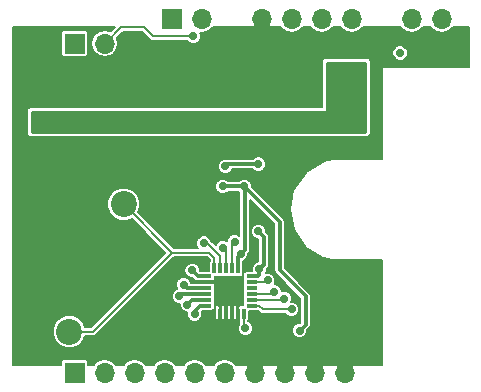
<source format=gbl>
G04 #@! TF.FileFunction,Copper,L2,Bot,Signal*
%FSLAX46Y46*%
G04 Gerber Fmt 4.6, Leading zero omitted, Abs format (unit mm)*
G04 Created by KiCad (PCBNEW 4.0.7-e2-6376~58~ubuntu16.04.1) date Mon Mar 19 16:28:18 2018*
%MOMM*%
%LPD*%
G01*
G04 APERTURE LIST*
%ADD10C,0.100000*%
%ADD11C,2.200000*%
%ADD12R,0.830000X0.300000*%
%ADD13R,0.850000X0.300000*%
%ADD14R,0.300000X0.830000*%
%ADD15R,0.300000X0.850000*%
%ADD16R,1.300000X1.300000*%
%ADD17O,1.700000X1.700000*%
%ADD18R,1.700000X1.700000*%
%ADD19C,0.700000*%
%ADD20C,0.300000*%
%ADD21C,0.180000*%
%ADD22C,0.200000*%
%ADD23C,0.254000*%
G04 APERTURE END LIST*
D10*
D11*
X76440000Y-92640000D03*
X71840000Y-103440000D03*
X68440000Y-98040000D03*
D12*
X83410000Y-101230000D03*
D13*
X83420000Y-100730000D03*
X83420000Y-100230000D03*
X83420000Y-99730000D03*
X83420000Y-99230000D03*
D12*
X83410000Y-98730000D03*
D14*
X84120000Y-98020000D03*
D15*
X84620000Y-98030000D03*
X85120000Y-98030000D03*
X85620000Y-98030000D03*
X86120000Y-98030000D03*
D14*
X86620000Y-98020000D03*
D12*
X87330000Y-98730000D03*
D13*
X87320000Y-99230000D03*
X87320000Y-99730000D03*
X87320000Y-100230000D03*
X87320000Y-100730000D03*
D12*
X87330000Y-101230000D03*
D14*
X86620000Y-101940000D03*
D15*
X86120000Y-101930000D03*
X85620000Y-101930000D03*
X85120000Y-101930000D03*
X84620000Y-101930000D03*
D14*
X84120000Y-101940000D03*
D16*
X86020000Y-99330000D03*
X86020000Y-100630000D03*
X84720000Y-99330000D03*
X84720000Y-100630000D03*
D17*
X79920000Y-81900000D03*
X95160000Y-81900000D03*
D18*
X80520000Y-76980000D03*
D17*
X83060000Y-76980000D03*
X88140000Y-76980000D03*
X90680000Y-76980000D03*
X93220000Y-76980000D03*
X95760000Y-76980000D03*
X100840000Y-76980000D03*
X103380000Y-76980000D03*
D18*
X72300000Y-106900000D03*
D17*
X74840000Y-106900000D03*
X77380000Y-106900000D03*
X79920000Y-106900000D03*
X82460000Y-106900000D03*
X85000000Y-106900000D03*
X87540000Y-106900000D03*
X90080000Y-106900000D03*
X92620000Y-106900000D03*
X95160000Y-106900000D03*
D18*
X72310000Y-79040000D03*
D17*
X74850000Y-79040000D03*
X77390000Y-79040000D03*
D19*
X74300000Y-91290000D03*
X79650000Y-93390000D03*
X76200000Y-94840000D03*
X76900000Y-97640000D03*
X80630000Y-98230000D03*
X87350000Y-97290000D03*
X95550000Y-104940000D03*
X92550000Y-104940000D03*
X87050000Y-82440000D03*
X86050000Y-80940000D03*
X86050000Y-78440000D03*
X74050000Y-83940000D03*
X89050000Y-104940000D03*
X81050000Y-104440000D03*
X70050000Y-81940000D03*
X74050000Y-81940000D03*
X77050000Y-81940000D03*
X80550000Y-88940000D03*
X73550000Y-88940000D03*
X79050000Y-101940000D03*
X70050000Y-94940000D03*
X73050000Y-96440000D03*
X74550000Y-100440000D03*
X72050000Y-100440000D03*
X67550000Y-104940000D03*
X67550000Y-102940000D03*
X67550000Y-100940000D03*
X67550000Y-81440000D03*
X67550000Y-83440000D03*
X67550000Y-85440000D03*
X67550000Y-87440000D03*
X67550000Y-89440000D03*
X67550000Y-91440000D03*
X67550000Y-93440000D03*
X67550000Y-95440000D03*
X83150000Y-87340000D03*
X82950000Y-90340000D03*
X78650000Y-88740000D03*
X71950000Y-88740000D03*
X84780000Y-103870000D03*
X85760000Y-103870000D03*
X86020000Y-100630000D03*
X84720000Y-100630000D03*
X86020000Y-99330000D03*
X84720000Y-99330000D03*
X85050000Y-87240000D03*
X78450000Y-87240000D03*
X76450000Y-87340000D03*
X71750000Y-87240000D03*
X69850000Y-87340000D03*
X85050000Y-86140000D03*
X78450000Y-86140000D03*
X81250000Y-86140000D03*
X75550000Y-85140000D03*
X68950000Y-85140000D03*
X71750000Y-86140000D03*
X82350000Y-78440000D03*
X91350000Y-103340000D03*
X86650000Y-91140000D03*
X84850000Y-91140000D03*
X86350000Y-96840000D03*
X85050000Y-89440000D03*
X87850000Y-89240000D03*
X87850000Y-94940000D03*
X87950000Y-98140000D03*
X88650000Y-99090000D03*
X89175000Y-100040000D03*
X90050000Y-100640000D03*
X90675000Y-101540000D03*
X82250000Y-98240000D03*
X86750000Y-103140000D03*
X85850000Y-95840000D03*
X84850000Y-96340000D03*
X83250000Y-95940000D03*
X99850000Y-79840000D03*
X81550000Y-99440000D03*
X81150000Y-100440000D03*
X81850000Y-101140000D03*
X82450000Y-101940000D03*
D20*
X73550000Y-88940000D02*
X73550000Y-90540000D01*
X73550000Y-90540000D02*
X74300000Y-91290000D01*
X76900000Y-97640000D02*
X76900000Y-95540000D01*
X76900000Y-95540000D02*
X76200000Y-94840000D01*
D21*
X86620000Y-98030000D02*
X86620000Y-98020000D01*
X86620000Y-98020000D02*
X87350000Y-97290000D01*
D20*
X92620000Y-106900000D02*
X92620000Y-105010000D01*
X92620000Y-105010000D02*
X92550000Y-104940000D01*
X90080000Y-106900000D02*
X90080000Y-105970000D01*
X90080000Y-105970000D02*
X89050000Y-104940000D01*
X86050000Y-80940000D02*
X86050000Y-81440000D01*
X86050000Y-81440000D02*
X87050000Y-82440000D01*
X88140000Y-78350000D02*
X88050000Y-78440000D01*
X88050000Y-78440000D02*
X86050000Y-78440000D01*
X88140000Y-76980000D02*
X88140000Y-78350000D01*
X84780000Y-103870000D02*
X81620000Y-103870000D01*
X81620000Y-103870000D02*
X81050000Y-104440000D01*
X77050000Y-81940000D02*
X74050000Y-81940000D01*
X78650000Y-88740000D02*
X80350000Y-88740000D01*
X80350000Y-88740000D02*
X80550000Y-88940000D01*
X74550000Y-100440000D02*
X74550000Y-97940000D01*
X74550000Y-97940000D02*
X73050000Y-96440000D01*
X68440000Y-98040000D02*
X70840000Y-100440000D01*
X70840000Y-100440000D02*
X72050000Y-100440000D01*
X67550000Y-100940000D02*
X67550000Y-102940000D01*
X67550000Y-83440000D02*
X67550000Y-81440000D01*
X67550000Y-87440000D02*
X67550000Y-85440000D01*
X67550000Y-91440000D02*
X67550000Y-89440000D01*
X67550000Y-95440000D02*
X67550000Y-93440000D01*
X85760000Y-103870000D02*
X84780000Y-103870000D01*
X87080000Y-78880000D02*
X82940000Y-78880000D01*
X82940000Y-78880000D02*
X79920000Y-81900000D01*
D21*
X82350000Y-78440000D02*
X78950000Y-78440000D01*
X78950000Y-78440000D02*
X78150000Y-77640000D01*
X78150000Y-77640000D02*
X76250000Y-77640000D01*
X76250000Y-77640000D02*
X74850000Y-79040000D01*
D20*
X91850000Y-100440000D02*
X91850000Y-102840000D01*
X91850000Y-102840000D02*
X91350000Y-103340000D01*
X89650000Y-98240000D02*
X91850000Y-100440000D01*
X89650000Y-94140000D02*
X89650000Y-98240000D01*
X86650000Y-91140000D02*
X89650000Y-94140000D01*
X86350000Y-96840000D02*
X86699999Y-96490001D01*
X86699999Y-96490001D02*
X86699999Y-91189999D01*
X86699999Y-91189999D02*
X86650000Y-91140000D01*
X84850000Y-91140000D02*
X86650000Y-91140000D01*
X86120000Y-98030000D02*
X86120000Y-97070000D01*
X86120000Y-97070000D02*
X86350000Y-96840000D01*
X87850000Y-89240000D02*
X85250000Y-89240000D01*
X85250000Y-89240000D02*
X85050000Y-89440000D01*
X88299999Y-97790001D02*
X88299999Y-95389999D01*
X88299999Y-95389999D02*
X87850000Y-94940000D01*
X88299999Y-97790001D02*
X87950000Y-98140000D01*
X87860000Y-98730000D02*
X87950000Y-98640000D01*
X87950000Y-98640000D02*
X87950000Y-98140000D01*
X87320000Y-98730000D02*
X87860000Y-98730000D01*
D21*
X87320000Y-99230000D02*
X88510000Y-99230000D01*
X88510000Y-99230000D02*
X88650000Y-99090000D01*
X87320000Y-100230000D02*
X88985000Y-100230000D01*
X88985000Y-100230000D02*
X89175000Y-100040000D01*
X87320000Y-100730000D02*
X89960000Y-100730000D01*
X89960000Y-100730000D02*
X90050000Y-100640000D01*
X87320000Y-101230000D02*
X87925000Y-101230000D01*
X90180026Y-101540000D02*
X90675000Y-101540000D01*
X87925000Y-101230000D02*
X88235000Y-101540000D01*
X88235000Y-101540000D02*
X90180026Y-101540000D01*
D20*
X83420000Y-98730000D02*
X82740000Y-98730000D01*
X82740000Y-98730000D02*
X82250000Y-98240000D01*
D21*
X86620000Y-101930000D02*
X86620000Y-103010000D01*
X86620000Y-103010000D02*
X86750000Y-103140000D01*
X85620000Y-98030000D02*
X85620000Y-96070000D01*
X85620000Y-96070000D02*
X85850000Y-95840000D01*
X85120000Y-98030000D02*
X85120000Y-96610000D01*
X85120000Y-96610000D02*
X84850000Y-96340000D01*
X71840000Y-103440000D02*
X73840000Y-103440000D01*
X73840000Y-103440000D02*
X80540000Y-96740000D01*
X83650000Y-96740000D02*
X80540000Y-96740000D01*
X80540000Y-96740000D02*
X76440000Y-92640000D01*
X84120000Y-97210000D02*
X83650000Y-96740000D01*
X84120000Y-98030000D02*
X84120000Y-97210000D01*
X84620000Y-98030000D02*
X84620000Y-97057202D01*
X84620000Y-97057202D02*
X83502798Y-95940000D01*
X83502798Y-95940000D02*
X83250000Y-95940000D01*
D20*
X83420000Y-99730000D02*
X81840000Y-99730000D01*
X81840000Y-99730000D02*
X81550000Y-99440000D01*
X83420000Y-100230000D02*
X81360000Y-100230000D01*
X81360000Y-100230000D02*
X81150000Y-100440000D01*
X83420000Y-100730000D02*
X82260000Y-100730000D01*
X82260000Y-100730000D02*
X81850000Y-101140000D01*
X83420000Y-101230000D02*
X82910000Y-101230000D01*
X82910000Y-101230000D02*
X82450000Y-101690000D01*
X82450000Y-101690000D02*
X82450000Y-101940000D01*
D22*
G36*
X75346052Y-77992404D02*
X75290086Y-77955009D01*
X74850000Y-77867470D01*
X74409914Y-77955009D01*
X74036827Y-78204297D01*
X73787539Y-78577384D01*
X73700000Y-79017470D01*
X73700000Y-79062530D01*
X73787539Y-79502616D01*
X74036827Y-79875703D01*
X74409914Y-80124991D01*
X74850000Y-80212530D01*
X75290086Y-80124991D01*
X75523953Y-79968726D01*
X99199888Y-79968726D01*
X99298636Y-80207714D01*
X99481324Y-80390722D01*
X99720140Y-80489887D01*
X99978726Y-80490112D01*
X100217714Y-80391364D01*
X100400722Y-80208676D01*
X100499887Y-79969860D01*
X100500112Y-79711274D01*
X100401364Y-79472286D01*
X100218676Y-79289278D01*
X99979860Y-79190113D01*
X99721274Y-79189888D01*
X99482286Y-79288636D01*
X99299278Y-79471324D01*
X99200113Y-79710140D01*
X99199888Y-79968726D01*
X75523953Y-79968726D01*
X75663173Y-79875703D01*
X75912461Y-79502616D01*
X76000000Y-79062530D01*
X76000000Y-79017470D01*
X75912461Y-78577384D01*
X75893114Y-78548430D01*
X76411544Y-78030000D01*
X77988456Y-78030000D01*
X78674228Y-78715772D01*
X78800753Y-78800313D01*
X78825515Y-78805239D01*
X78950000Y-78830001D01*
X78950005Y-78830000D01*
X81820883Y-78830000D01*
X81981324Y-78990722D01*
X82220140Y-79089887D01*
X82478726Y-79090112D01*
X82717714Y-78991364D01*
X82900722Y-78808676D01*
X82999887Y-78569860D01*
X83000112Y-78311274D01*
X82923284Y-78125335D01*
X83060000Y-78152530D01*
X83500086Y-78064991D01*
X83873173Y-77815703D01*
X83990574Y-77640000D01*
X89749426Y-77640000D01*
X89866827Y-77815703D01*
X90239914Y-78064991D01*
X90680000Y-78152530D01*
X91120086Y-78064991D01*
X91493173Y-77815703D01*
X91610574Y-77640000D01*
X92289426Y-77640000D01*
X92406827Y-77815703D01*
X92779914Y-78064991D01*
X93220000Y-78152530D01*
X93660086Y-78064991D01*
X94033173Y-77815703D01*
X94150574Y-77640000D01*
X94829426Y-77640000D01*
X94946827Y-77815703D01*
X95319914Y-78064991D01*
X95760000Y-78152530D01*
X96200086Y-78064991D01*
X96573173Y-77815703D01*
X96690574Y-77640000D01*
X99909426Y-77640000D01*
X100026827Y-77815703D01*
X100399914Y-78064991D01*
X100840000Y-78152530D01*
X101280086Y-78064991D01*
X101653173Y-77815703D01*
X101770574Y-77640000D01*
X102449426Y-77640000D01*
X102566827Y-77815703D01*
X102939914Y-78064991D01*
X103380000Y-78152530D01*
X103820086Y-78064991D01*
X104193173Y-77815703D01*
X104310574Y-77640000D01*
X105650000Y-77640000D01*
X105650000Y-80990000D01*
X98400000Y-80990000D01*
X98363654Y-80996839D01*
X98330273Y-81018319D01*
X98307879Y-81051094D01*
X98300000Y-81090000D01*
X98300000Y-88840000D01*
X94200000Y-88840000D01*
X94179250Y-88842177D01*
X93354250Y-89017177D01*
X93320553Y-89031122D01*
X91895553Y-89956122D01*
X91869314Y-89980926D01*
X90844314Y-91380926D01*
X90826713Y-91421571D01*
X90526713Y-93021571D01*
X90526942Y-93059612D01*
X90876942Y-94809612D01*
X90892229Y-94846116D01*
X91892229Y-96321116D01*
X91924896Y-96351543D01*
X93349896Y-97176543D01*
X93380388Y-97188058D01*
X94130388Y-97338058D01*
X94150000Y-97340000D01*
X98300000Y-97340000D01*
X98300000Y-106240000D01*
X85930574Y-106240000D01*
X85813173Y-106064297D01*
X85440086Y-105815009D01*
X85000000Y-105727470D01*
X84559914Y-105815009D01*
X84186827Y-106064297D01*
X84069426Y-106240000D01*
X83390574Y-106240000D01*
X83273173Y-106064297D01*
X82900086Y-105815009D01*
X82460000Y-105727470D01*
X82019914Y-105815009D01*
X81646827Y-106064297D01*
X81529426Y-106240000D01*
X80850574Y-106240000D01*
X80733173Y-106064297D01*
X80360086Y-105815009D01*
X79920000Y-105727470D01*
X79479914Y-105815009D01*
X79106827Y-106064297D01*
X78989426Y-106240000D01*
X78310574Y-106240000D01*
X78193173Y-106064297D01*
X77820086Y-105815009D01*
X77380000Y-105727470D01*
X76939914Y-105815009D01*
X76566827Y-106064297D01*
X76449426Y-106240000D01*
X75770574Y-106240000D01*
X75653173Y-106064297D01*
X75280086Y-105815009D01*
X74840000Y-105727470D01*
X74399914Y-105815009D01*
X74026827Y-106064297D01*
X73909426Y-106240000D01*
X73455877Y-106240000D01*
X73455877Y-106050000D01*
X73434958Y-105938827D01*
X73369255Y-105836721D01*
X73269003Y-105768222D01*
X73150000Y-105744123D01*
X71450000Y-105744123D01*
X71338827Y-105765042D01*
X71236721Y-105830745D01*
X71168222Y-105930997D01*
X71144123Y-106050000D01*
X71144123Y-106240000D01*
X67050000Y-106240000D01*
X67050000Y-103717256D01*
X70439757Y-103717256D01*
X70652445Y-104232000D01*
X71045928Y-104626170D01*
X71560301Y-104839757D01*
X72117256Y-104840243D01*
X72632000Y-104627555D01*
X73026170Y-104234072D01*
X73193956Y-103830000D01*
X73839995Y-103830000D01*
X73840000Y-103830001D01*
X73964485Y-103805239D01*
X73989247Y-103800313D01*
X74115772Y-103715772D01*
X77262818Y-100568726D01*
X80499888Y-100568726D01*
X80598636Y-100807714D01*
X80781324Y-100990722D01*
X81020140Y-101089887D01*
X81200043Y-101090044D01*
X81199888Y-101268726D01*
X81298636Y-101507714D01*
X81481324Y-101690722D01*
X81720140Y-101789887D01*
X81808491Y-101789964D01*
X81800113Y-101810140D01*
X81799888Y-102068726D01*
X81898636Y-102307714D01*
X82081324Y-102490722D01*
X82320140Y-102589887D01*
X82578726Y-102590112D01*
X82817714Y-102491364D01*
X83000722Y-102308676D01*
X83099887Y-102069860D01*
X83100112Y-101811274D01*
X83060643Y-101715753D01*
X83090519Y-101685877D01*
X83825000Y-101685877D01*
X83936173Y-101664958D01*
X84006040Y-101620000D01*
X84070000Y-101620000D01*
X84106346Y-101613161D01*
X84139727Y-101591681D01*
X84162121Y-101558906D01*
X84167974Y-101530000D01*
X84170000Y-101530000D01*
X84170000Y-102370000D01*
X84176839Y-102406346D01*
X84198319Y-102439727D01*
X84231094Y-102462121D01*
X84270000Y-102470000D01*
X84470000Y-102470000D01*
X84506346Y-102463161D01*
X84539727Y-102441681D01*
X84562121Y-102408906D01*
X84570000Y-102370000D01*
X84570000Y-101280000D01*
X84670000Y-101280000D01*
X84670000Y-102370000D01*
X84676839Y-102406346D01*
X84698319Y-102439727D01*
X84731094Y-102462121D01*
X84770000Y-102470000D01*
X84970000Y-102470000D01*
X85006346Y-102463161D01*
X85039727Y-102441681D01*
X85062121Y-102408906D01*
X85070000Y-102370000D01*
X85070000Y-101280000D01*
X85069734Y-101278583D01*
X85170000Y-101278583D01*
X85170000Y-102368583D01*
X85176839Y-102404929D01*
X85198319Y-102438310D01*
X85231094Y-102460704D01*
X85270000Y-102468583D01*
X85470000Y-102468583D01*
X85506346Y-102461744D01*
X85539727Y-102440264D01*
X85562121Y-102407489D01*
X85570000Y-102368583D01*
X85570000Y-101278583D01*
X85670000Y-101278583D01*
X85670000Y-102368583D01*
X85676839Y-102404929D01*
X85698319Y-102438310D01*
X85731094Y-102460704D01*
X85770000Y-102468583D01*
X85970000Y-102468583D01*
X86006346Y-102461744D01*
X86039727Y-102440264D01*
X86062121Y-102407489D01*
X86070000Y-102368583D01*
X86070000Y-101278583D01*
X86063161Y-101242237D01*
X86041681Y-101208856D01*
X86008906Y-101186462D01*
X85970000Y-101178583D01*
X85770000Y-101178583D01*
X85733654Y-101185422D01*
X85700273Y-101206902D01*
X85677879Y-101239677D01*
X85670000Y-101278583D01*
X85570000Y-101278583D01*
X85563161Y-101242237D01*
X85541681Y-101208856D01*
X85508906Y-101186462D01*
X85470000Y-101178583D01*
X85270000Y-101178583D01*
X85233654Y-101185422D01*
X85200273Y-101206902D01*
X85177879Y-101239677D01*
X85170000Y-101278583D01*
X85069734Y-101278583D01*
X85063161Y-101243654D01*
X85041681Y-101210273D01*
X85008906Y-101187879D01*
X84970000Y-101180000D01*
X84770000Y-101180000D01*
X84733654Y-101186839D01*
X84700273Y-101208319D01*
X84677879Y-101241094D01*
X84670000Y-101280000D01*
X84570000Y-101280000D01*
X84563161Y-101243654D01*
X84541681Y-101210273D01*
X84508906Y-101187879D01*
X84470000Y-101180000D01*
X84280000Y-101180000D01*
X84243654Y-101186839D01*
X84210273Y-101208319D01*
X84187879Y-101241094D01*
X84180000Y-101280000D01*
X84180000Y-101396165D01*
X84170295Y-101522330D01*
X84170000Y-101530000D01*
X84167974Y-101530000D01*
X84170000Y-101520000D01*
X84170000Y-99380000D01*
X84163161Y-99343654D01*
X84141681Y-99310273D01*
X84108906Y-99287879D01*
X84070000Y-99280000D01*
X83874021Y-99280000D01*
X83845000Y-99274123D01*
X82995000Y-99274123D01*
X82963767Y-99280000D01*
X82187190Y-99280000D01*
X82101364Y-99072286D01*
X81918676Y-98889278D01*
X81679860Y-98790113D01*
X81421274Y-98789888D01*
X81182286Y-98888636D01*
X80999278Y-99071324D01*
X80900113Y-99310140D01*
X80899888Y-99568726D01*
X80995646Y-99800477D01*
X80782286Y-99888636D01*
X80599278Y-100071324D01*
X80500113Y-100310140D01*
X80499888Y-100568726D01*
X77262818Y-100568726D01*
X80701544Y-97130000D01*
X83488456Y-97130000D01*
X83730000Y-97371543D01*
X83730000Y-97424853D01*
X83688222Y-97485997D01*
X83664123Y-97605000D01*
X83664123Y-98274123D01*
X82995000Y-98274123D01*
X82963767Y-98280000D01*
X82926396Y-98280000D01*
X82899988Y-98253592D01*
X82900112Y-98111274D01*
X82801364Y-97872286D01*
X82618676Y-97689278D01*
X82379860Y-97590113D01*
X82121274Y-97589888D01*
X81882286Y-97688636D01*
X81699278Y-97871324D01*
X81600113Y-98110140D01*
X81599888Y-98368726D01*
X81698636Y-98607714D01*
X81881324Y-98790722D01*
X82120140Y-98889887D01*
X82263616Y-98890012D01*
X82421802Y-99048198D01*
X82567793Y-99145747D01*
X82740000Y-99180000D01*
X82965979Y-99180000D01*
X82995000Y-99185877D01*
X83825000Y-99185877D01*
X83856233Y-99180000D01*
X84070000Y-99180000D01*
X84106346Y-99173161D01*
X84139727Y-99151681D01*
X84162121Y-99118906D01*
X84170000Y-99080000D01*
X84170000Y-98780000D01*
X86460000Y-98780000D01*
X86496346Y-98773161D01*
X86529727Y-98751681D01*
X86552121Y-98718906D01*
X86560000Y-98680000D01*
X86560000Y-98533402D01*
X86570000Y-98484021D01*
X86570000Y-101180000D01*
X86270000Y-101180000D01*
X86233654Y-101186839D01*
X86200273Y-101208319D01*
X86177879Y-101241094D01*
X86170000Y-101280000D01*
X86170000Y-101495979D01*
X86164123Y-101525000D01*
X86164123Y-102355000D01*
X86185042Y-102466173D01*
X86230000Y-102536040D01*
X86230000Y-102740656D01*
X86199278Y-102771324D01*
X86100113Y-103010140D01*
X86099888Y-103268726D01*
X86198636Y-103507714D01*
X86381324Y-103690722D01*
X86620140Y-103789887D01*
X86878726Y-103790112D01*
X87117714Y-103691364D01*
X87300722Y-103508676D01*
X87399887Y-103269860D01*
X87400112Y-103011274D01*
X87301364Y-102772286D01*
X87118676Y-102589278D01*
X87010000Y-102544152D01*
X87010000Y-102535147D01*
X87051778Y-102474003D01*
X87075877Y-102355000D01*
X87075877Y-101685877D01*
X87745000Y-101685877D01*
X87815977Y-101672521D01*
X87959228Y-101815772D01*
X88085753Y-101900313D01*
X88235000Y-101930000D01*
X90145883Y-101930000D01*
X90306324Y-102090722D01*
X90545140Y-102189887D01*
X90803726Y-102190112D01*
X91042714Y-102091364D01*
X91225722Y-101908676D01*
X91324887Y-101669860D01*
X91325112Y-101411274D01*
X91226364Y-101172286D01*
X91043676Y-100989278D01*
X90804860Y-100890113D01*
X90650010Y-100889978D01*
X90699887Y-100769860D01*
X90700112Y-100511274D01*
X90601364Y-100272286D01*
X90418676Y-100089278D01*
X90179860Y-99990113D01*
X89921274Y-99989888D01*
X89825009Y-100029664D01*
X89825112Y-99911274D01*
X89726364Y-99672286D01*
X89543676Y-99489278D01*
X89304860Y-99390113D01*
X89229219Y-99390047D01*
X89299887Y-99219860D01*
X89300112Y-98961274D01*
X89201364Y-98722286D01*
X89018676Y-98539278D01*
X88779860Y-98440113D01*
X88529282Y-98439895D01*
X88599887Y-98269860D01*
X88600012Y-98126384D01*
X88618197Y-98108199D01*
X88715745Y-97962209D01*
X88749999Y-97790001D01*
X88749999Y-95389999D01*
X88715745Y-95217791D01*
X88618197Y-95071801D01*
X88499988Y-94953592D01*
X88500112Y-94811274D01*
X88401364Y-94572286D01*
X88218676Y-94389278D01*
X87979860Y-94290113D01*
X87721274Y-94289888D01*
X87482286Y-94388636D01*
X87299278Y-94571324D01*
X87200113Y-94810140D01*
X87199888Y-95068726D01*
X87298636Y-95307714D01*
X87481324Y-95490722D01*
X87720140Y-95589887D01*
X87849999Y-95590000D01*
X87849999Y-97489913D01*
X87821274Y-97489888D01*
X87582286Y-97588636D01*
X87399278Y-97771324D01*
X87300113Y-98010140D01*
X87299888Y-98268726D01*
X87302118Y-98274123D01*
X86915000Y-98274123D01*
X86803827Y-98295042D01*
X86733960Y-98340000D01*
X86670000Y-98340000D01*
X86633654Y-98346839D01*
X86600273Y-98368319D01*
X86577879Y-98401094D01*
X86575877Y-98410980D01*
X86575877Y-97605000D01*
X86570000Y-97573767D01*
X86570000Y-97452398D01*
X86717714Y-97391364D01*
X86900722Y-97208676D01*
X86999887Y-96969860D01*
X87000012Y-96826384D01*
X87018197Y-96808199D01*
X87115745Y-96662209D01*
X87149999Y-96490001D01*
X87149999Y-92276395D01*
X89200000Y-94326396D01*
X89200000Y-98240000D01*
X89234254Y-98412208D01*
X89298712Y-98508676D01*
X89331802Y-98558198D01*
X91400000Y-100626396D01*
X91400000Y-102653604D01*
X91363592Y-102690012D01*
X91221274Y-102689888D01*
X90982286Y-102788636D01*
X90799278Y-102971324D01*
X90700113Y-103210140D01*
X90699888Y-103468726D01*
X90798636Y-103707714D01*
X90981324Y-103890722D01*
X91220140Y-103989887D01*
X91478726Y-103990112D01*
X91717714Y-103891364D01*
X91900722Y-103708676D01*
X91999887Y-103469860D01*
X92000012Y-103326384D01*
X92168198Y-103158198D01*
X92180358Y-103140000D01*
X92265746Y-103012208D01*
X92300000Y-102840000D01*
X92300000Y-100440000D01*
X92265746Y-100267792D01*
X92168198Y-100121802D01*
X90100000Y-98053604D01*
X90100000Y-94140000D01*
X90065746Y-93967792D01*
X89968198Y-93821802D01*
X87299988Y-91153592D01*
X87300112Y-91011274D01*
X87201364Y-90772286D01*
X87018676Y-90589278D01*
X86779860Y-90490113D01*
X86521274Y-90489888D01*
X86282286Y-90588636D01*
X86180744Y-90690000D01*
X85319222Y-90690000D01*
X85218676Y-90589278D01*
X84979860Y-90490113D01*
X84721274Y-90489888D01*
X84482286Y-90588636D01*
X84299278Y-90771324D01*
X84200113Y-91010140D01*
X84199888Y-91268726D01*
X84298636Y-91507714D01*
X84481324Y-91690722D01*
X84720140Y-91789887D01*
X84978726Y-91790112D01*
X85217714Y-91691364D01*
X85319256Y-91590000D01*
X86180778Y-91590000D01*
X86249999Y-91659342D01*
X86249999Y-95320656D01*
X86218676Y-95289278D01*
X85979860Y-95190113D01*
X85721274Y-95189888D01*
X85482286Y-95288636D01*
X85299278Y-95471324D01*
X85200113Y-95710140D01*
X85200051Y-95781544D01*
X84979860Y-95690113D01*
X84721274Y-95689888D01*
X84482286Y-95788636D01*
X84299278Y-95971324D01*
X84236603Y-96122262D01*
X83882154Y-95767812D01*
X83801364Y-95572286D01*
X83618676Y-95389278D01*
X83379860Y-95290113D01*
X83121274Y-95289888D01*
X82882286Y-95388636D01*
X82699278Y-95571324D01*
X82600113Y-95810140D01*
X82599888Y-96068726D01*
X82698636Y-96307714D01*
X82740848Y-96350000D01*
X80701543Y-96350000D01*
X77672952Y-93321408D01*
X77839757Y-92919699D01*
X77840243Y-92362744D01*
X77627555Y-91848000D01*
X77234072Y-91453830D01*
X76719699Y-91240243D01*
X76162744Y-91239757D01*
X75648000Y-91452445D01*
X75253830Y-91845928D01*
X75040243Y-92360301D01*
X75039757Y-92917256D01*
X75252445Y-93432000D01*
X75645928Y-93826170D01*
X76160301Y-94039757D01*
X76717256Y-94040243D01*
X77121620Y-93873163D01*
X79988456Y-96740000D01*
X73678456Y-103050000D01*
X73193658Y-103050000D01*
X73027555Y-102648000D01*
X72634072Y-102253830D01*
X72119699Y-102040243D01*
X71562744Y-102039757D01*
X71048000Y-102252445D01*
X70653830Y-102645928D01*
X70440243Y-103160301D01*
X70439757Y-103717256D01*
X67050000Y-103717256D01*
X67050000Y-89568726D01*
X84399888Y-89568726D01*
X84498636Y-89807714D01*
X84681324Y-89990722D01*
X84920140Y-90089887D01*
X85178726Y-90090112D01*
X85417714Y-89991364D01*
X85600722Y-89808676D01*
X85650001Y-89690000D01*
X87380778Y-89690000D01*
X87481324Y-89790722D01*
X87720140Y-89889887D01*
X87978726Y-89890112D01*
X88217714Y-89791364D01*
X88400722Y-89608676D01*
X88499887Y-89369860D01*
X88500112Y-89111274D01*
X88401364Y-88872286D01*
X88218676Y-88689278D01*
X87979860Y-88590113D01*
X87721274Y-88589888D01*
X87482286Y-88688636D01*
X87380744Y-88790000D01*
X85250000Y-88790000D01*
X85202393Y-88799470D01*
X85179860Y-88790113D01*
X84921274Y-88789888D01*
X84682286Y-88888636D01*
X84499278Y-89071324D01*
X84400113Y-89310140D01*
X84399888Y-89568726D01*
X67050000Y-89568726D01*
X67050000Y-84740000D01*
X68250000Y-84740000D01*
X68250000Y-86640000D01*
X68270517Y-86749037D01*
X68334958Y-86849181D01*
X68433283Y-86916364D01*
X68550000Y-86940000D01*
X97050000Y-86940000D01*
X97159037Y-86919483D01*
X97259181Y-86855042D01*
X97326364Y-86756717D01*
X97350000Y-86640000D01*
X97350000Y-80540000D01*
X97329483Y-80430963D01*
X97265042Y-80330819D01*
X97166717Y-80263636D01*
X97050000Y-80240000D01*
X93550000Y-80240000D01*
X93440963Y-80260517D01*
X93340819Y-80324958D01*
X93273636Y-80423283D01*
X93250000Y-80540000D01*
X93250000Y-84440000D01*
X68550000Y-84440000D01*
X68440963Y-84460517D01*
X68340819Y-84524958D01*
X68273636Y-84623283D01*
X68250000Y-84740000D01*
X67050000Y-84740000D01*
X67050000Y-78190000D01*
X71154123Y-78190000D01*
X71154123Y-79890000D01*
X71175042Y-80001173D01*
X71240745Y-80103279D01*
X71340997Y-80171778D01*
X71460000Y-80195877D01*
X73160000Y-80195877D01*
X73271173Y-80174958D01*
X73373279Y-80109255D01*
X73441778Y-80009003D01*
X73465877Y-79890000D01*
X73465877Y-78190000D01*
X73444958Y-78078827D01*
X73379255Y-77976721D01*
X73279003Y-77908222D01*
X73160000Y-77884123D01*
X71460000Y-77884123D01*
X71348827Y-77905042D01*
X71246721Y-77970745D01*
X71178222Y-78070997D01*
X71154123Y-78190000D01*
X67050000Y-78190000D01*
X67050000Y-77640000D01*
X75698456Y-77640000D01*
X75346052Y-77992404D01*
X75346052Y-77992404D01*
G37*
X75346052Y-77992404D02*
X75290086Y-77955009D01*
X74850000Y-77867470D01*
X74409914Y-77955009D01*
X74036827Y-78204297D01*
X73787539Y-78577384D01*
X73700000Y-79017470D01*
X73700000Y-79062530D01*
X73787539Y-79502616D01*
X74036827Y-79875703D01*
X74409914Y-80124991D01*
X74850000Y-80212530D01*
X75290086Y-80124991D01*
X75523953Y-79968726D01*
X99199888Y-79968726D01*
X99298636Y-80207714D01*
X99481324Y-80390722D01*
X99720140Y-80489887D01*
X99978726Y-80490112D01*
X100217714Y-80391364D01*
X100400722Y-80208676D01*
X100499887Y-79969860D01*
X100500112Y-79711274D01*
X100401364Y-79472286D01*
X100218676Y-79289278D01*
X99979860Y-79190113D01*
X99721274Y-79189888D01*
X99482286Y-79288636D01*
X99299278Y-79471324D01*
X99200113Y-79710140D01*
X99199888Y-79968726D01*
X75523953Y-79968726D01*
X75663173Y-79875703D01*
X75912461Y-79502616D01*
X76000000Y-79062530D01*
X76000000Y-79017470D01*
X75912461Y-78577384D01*
X75893114Y-78548430D01*
X76411544Y-78030000D01*
X77988456Y-78030000D01*
X78674228Y-78715772D01*
X78800753Y-78800313D01*
X78825515Y-78805239D01*
X78950000Y-78830001D01*
X78950005Y-78830000D01*
X81820883Y-78830000D01*
X81981324Y-78990722D01*
X82220140Y-79089887D01*
X82478726Y-79090112D01*
X82717714Y-78991364D01*
X82900722Y-78808676D01*
X82999887Y-78569860D01*
X83000112Y-78311274D01*
X82923284Y-78125335D01*
X83060000Y-78152530D01*
X83500086Y-78064991D01*
X83873173Y-77815703D01*
X83990574Y-77640000D01*
X89749426Y-77640000D01*
X89866827Y-77815703D01*
X90239914Y-78064991D01*
X90680000Y-78152530D01*
X91120086Y-78064991D01*
X91493173Y-77815703D01*
X91610574Y-77640000D01*
X92289426Y-77640000D01*
X92406827Y-77815703D01*
X92779914Y-78064991D01*
X93220000Y-78152530D01*
X93660086Y-78064991D01*
X94033173Y-77815703D01*
X94150574Y-77640000D01*
X94829426Y-77640000D01*
X94946827Y-77815703D01*
X95319914Y-78064991D01*
X95760000Y-78152530D01*
X96200086Y-78064991D01*
X96573173Y-77815703D01*
X96690574Y-77640000D01*
X99909426Y-77640000D01*
X100026827Y-77815703D01*
X100399914Y-78064991D01*
X100840000Y-78152530D01*
X101280086Y-78064991D01*
X101653173Y-77815703D01*
X101770574Y-77640000D01*
X102449426Y-77640000D01*
X102566827Y-77815703D01*
X102939914Y-78064991D01*
X103380000Y-78152530D01*
X103820086Y-78064991D01*
X104193173Y-77815703D01*
X104310574Y-77640000D01*
X105650000Y-77640000D01*
X105650000Y-80990000D01*
X98400000Y-80990000D01*
X98363654Y-80996839D01*
X98330273Y-81018319D01*
X98307879Y-81051094D01*
X98300000Y-81090000D01*
X98300000Y-88840000D01*
X94200000Y-88840000D01*
X94179250Y-88842177D01*
X93354250Y-89017177D01*
X93320553Y-89031122D01*
X91895553Y-89956122D01*
X91869314Y-89980926D01*
X90844314Y-91380926D01*
X90826713Y-91421571D01*
X90526713Y-93021571D01*
X90526942Y-93059612D01*
X90876942Y-94809612D01*
X90892229Y-94846116D01*
X91892229Y-96321116D01*
X91924896Y-96351543D01*
X93349896Y-97176543D01*
X93380388Y-97188058D01*
X94130388Y-97338058D01*
X94150000Y-97340000D01*
X98300000Y-97340000D01*
X98300000Y-106240000D01*
X85930574Y-106240000D01*
X85813173Y-106064297D01*
X85440086Y-105815009D01*
X85000000Y-105727470D01*
X84559914Y-105815009D01*
X84186827Y-106064297D01*
X84069426Y-106240000D01*
X83390574Y-106240000D01*
X83273173Y-106064297D01*
X82900086Y-105815009D01*
X82460000Y-105727470D01*
X82019914Y-105815009D01*
X81646827Y-106064297D01*
X81529426Y-106240000D01*
X80850574Y-106240000D01*
X80733173Y-106064297D01*
X80360086Y-105815009D01*
X79920000Y-105727470D01*
X79479914Y-105815009D01*
X79106827Y-106064297D01*
X78989426Y-106240000D01*
X78310574Y-106240000D01*
X78193173Y-106064297D01*
X77820086Y-105815009D01*
X77380000Y-105727470D01*
X76939914Y-105815009D01*
X76566827Y-106064297D01*
X76449426Y-106240000D01*
X75770574Y-106240000D01*
X75653173Y-106064297D01*
X75280086Y-105815009D01*
X74840000Y-105727470D01*
X74399914Y-105815009D01*
X74026827Y-106064297D01*
X73909426Y-106240000D01*
X73455877Y-106240000D01*
X73455877Y-106050000D01*
X73434958Y-105938827D01*
X73369255Y-105836721D01*
X73269003Y-105768222D01*
X73150000Y-105744123D01*
X71450000Y-105744123D01*
X71338827Y-105765042D01*
X71236721Y-105830745D01*
X71168222Y-105930997D01*
X71144123Y-106050000D01*
X71144123Y-106240000D01*
X67050000Y-106240000D01*
X67050000Y-103717256D01*
X70439757Y-103717256D01*
X70652445Y-104232000D01*
X71045928Y-104626170D01*
X71560301Y-104839757D01*
X72117256Y-104840243D01*
X72632000Y-104627555D01*
X73026170Y-104234072D01*
X73193956Y-103830000D01*
X73839995Y-103830000D01*
X73840000Y-103830001D01*
X73964485Y-103805239D01*
X73989247Y-103800313D01*
X74115772Y-103715772D01*
X77262818Y-100568726D01*
X80499888Y-100568726D01*
X80598636Y-100807714D01*
X80781324Y-100990722D01*
X81020140Y-101089887D01*
X81200043Y-101090044D01*
X81199888Y-101268726D01*
X81298636Y-101507714D01*
X81481324Y-101690722D01*
X81720140Y-101789887D01*
X81808491Y-101789964D01*
X81800113Y-101810140D01*
X81799888Y-102068726D01*
X81898636Y-102307714D01*
X82081324Y-102490722D01*
X82320140Y-102589887D01*
X82578726Y-102590112D01*
X82817714Y-102491364D01*
X83000722Y-102308676D01*
X83099887Y-102069860D01*
X83100112Y-101811274D01*
X83060643Y-101715753D01*
X83090519Y-101685877D01*
X83825000Y-101685877D01*
X83936173Y-101664958D01*
X84006040Y-101620000D01*
X84070000Y-101620000D01*
X84106346Y-101613161D01*
X84139727Y-101591681D01*
X84162121Y-101558906D01*
X84167974Y-101530000D01*
X84170000Y-101530000D01*
X84170000Y-102370000D01*
X84176839Y-102406346D01*
X84198319Y-102439727D01*
X84231094Y-102462121D01*
X84270000Y-102470000D01*
X84470000Y-102470000D01*
X84506346Y-102463161D01*
X84539727Y-102441681D01*
X84562121Y-102408906D01*
X84570000Y-102370000D01*
X84570000Y-101280000D01*
X84670000Y-101280000D01*
X84670000Y-102370000D01*
X84676839Y-102406346D01*
X84698319Y-102439727D01*
X84731094Y-102462121D01*
X84770000Y-102470000D01*
X84970000Y-102470000D01*
X85006346Y-102463161D01*
X85039727Y-102441681D01*
X85062121Y-102408906D01*
X85070000Y-102370000D01*
X85070000Y-101280000D01*
X85069734Y-101278583D01*
X85170000Y-101278583D01*
X85170000Y-102368583D01*
X85176839Y-102404929D01*
X85198319Y-102438310D01*
X85231094Y-102460704D01*
X85270000Y-102468583D01*
X85470000Y-102468583D01*
X85506346Y-102461744D01*
X85539727Y-102440264D01*
X85562121Y-102407489D01*
X85570000Y-102368583D01*
X85570000Y-101278583D01*
X85670000Y-101278583D01*
X85670000Y-102368583D01*
X85676839Y-102404929D01*
X85698319Y-102438310D01*
X85731094Y-102460704D01*
X85770000Y-102468583D01*
X85970000Y-102468583D01*
X86006346Y-102461744D01*
X86039727Y-102440264D01*
X86062121Y-102407489D01*
X86070000Y-102368583D01*
X86070000Y-101278583D01*
X86063161Y-101242237D01*
X86041681Y-101208856D01*
X86008906Y-101186462D01*
X85970000Y-101178583D01*
X85770000Y-101178583D01*
X85733654Y-101185422D01*
X85700273Y-101206902D01*
X85677879Y-101239677D01*
X85670000Y-101278583D01*
X85570000Y-101278583D01*
X85563161Y-101242237D01*
X85541681Y-101208856D01*
X85508906Y-101186462D01*
X85470000Y-101178583D01*
X85270000Y-101178583D01*
X85233654Y-101185422D01*
X85200273Y-101206902D01*
X85177879Y-101239677D01*
X85170000Y-101278583D01*
X85069734Y-101278583D01*
X85063161Y-101243654D01*
X85041681Y-101210273D01*
X85008906Y-101187879D01*
X84970000Y-101180000D01*
X84770000Y-101180000D01*
X84733654Y-101186839D01*
X84700273Y-101208319D01*
X84677879Y-101241094D01*
X84670000Y-101280000D01*
X84570000Y-101280000D01*
X84563161Y-101243654D01*
X84541681Y-101210273D01*
X84508906Y-101187879D01*
X84470000Y-101180000D01*
X84280000Y-101180000D01*
X84243654Y-101186839D01*
X84210273Y-101208319D01*
X84187879Y-101241094D01*
X84180000Y-101280000D01*
X84180000Y-101396165D01*
X84170295Y-101522330D01*
X84170000Y-101530000D01*
X84167974Y-101530000D01*
X84170000Y-101520000D01*
X84170000Y-99380000D01*
X84163161Y-99343654D01*
X84141681Y-99310273D01*
X84108906Y-99287879D01*
X84070000Y-99280000D01*
X83874021Y-99280000D01*
X83845000Y-99274123D01*
X82995000Y-99274123D01*
X82963767Y-99280000D01*
X82187190Y-99280000D01*
X82101364Y-99072286D01*
X81918676Y-98889278D01*
X81679860Y-98790113D01*
X81421274Y-98789888D01*
X81182286Y-98888636D01*
X80999278Y-99071324D01*
X80900113Y-99310140D01*
X80899888Y-99568726D01*
X80995646Y-99800477D01*
X80782286Y-99888636D01*
X80599278Y-100071324D01*
X80500113Y-100310140D01*
X80499888Y-100568726D01*
X77262818Y-100568726D01*
X80701544Y-97130000D01*
X83488456Y-97130000D01*
X83730000Y-97371543D01*
X83730000Y-97424853D01*
X83688222Y-97485997D01*
X83664123Y-97605000D01*
X83664123Y-98274123D01*
X82995000Y-98274123D01*
X82963767Y-98280000D01*
X82926396Y-98280000D01*
X82899988Y-98253592D01*
X82900112Y-98111274D01*
X82801364Y-97872286D01*
X82618676Y-97689278D01*
X82379860Y-97590113D01*
X82121274Y-97589888D01*
X81882286Y-97688636D01*
X81699278Y-97871324D01*
X81600113Y-98110140D01*
X81599888Y-98368726D01*
X81698636Y-98607714D01*
X81881324Y-98790722D01*
X82120140Y-98889887D01*
X82263616Y-98890012D01*
X82421802Y-99048198D01*
X82567793Y-99145747D01*
X82740000Y-99180000D01*
X82965979Y-99180000D01*
X82995000Y-99185877D01*
X83825000Y-99185877D01*
X83856233Y-99180000D01*
X84070000Y-99180000D01*
X84106346Y-99173161D01*
X84139727Y-99151681D01*
X84162121Y-99118906D01*
X84170000Y-99080000D01*
X84170000Y-98780000D01*
X86460000Y-98780000D01*
X86496346Y-98773161D01*
X86529727Y-98751681D01*
X86552121Y-98718906D01*
X86560000Y-98680000D01*
X86560000Y-98533402D01*
X86570000Y-98484021D01*
X86570000Y-101180000D01*
X86270000Y-101180000D01*
X86233654Y-101186839D01*
X86200273Y-101208319D01*
X86177879Y-101241094D01*
X86170000Y-101280000D01*
X86170000Y-101495979D01*
X86164123Y-101525000D01*
X86164123Y-102355000D01*
X86185042Y-102466173D01*
X86230000Y-102536040D01*
X86230000Y-102740656D01*
X86199278Y-102771324D01*
X86100113Y-103010140D01*
X86099888Y-103268726D01*
X86198636Y-103507714D01*
X86381324Y-103690722D01*
X86620140Y-103789887D01*
X86878726Y-103790112D01*
X87117714Y-103691364D01*
X87300722Y-103508676D01*
X87399887Y-103269860D01*
X87400112Y-103011274D01*
X87301364Y-102772286D01*
X87118676Y-102589278D01*
X87010000Y-102544152D01*
X87010000Y-102535147D01*
X87051778Y-102474003D01*
X87075877Y-102355000D01*
X87075877Y-101685877D01*
X87745000Y-101685877D01*
X87815977Y-101672521D01*
X87959228Y-101815772D01*
X88085753Y-101900313D01*
X88235000Y-101930000D01*
X90145883Y-101930000D01*
X90306324Y-102090722D01*
X90545140Y-102189887D01*
X90803726Y-102190112D01*
X91042714Y-102091364D01*
X91225722Y-101908676D01*
X91324887Y-101669860D01*
X91325112Y-101411274D01*
X91226364Y-101172286D01*
X91043676Y-100989278D01*
X90804860Y-100890113D01*
X90650010Y-100889978D01*
X90699887Y-100769860D01*
X90700112Y-100511274D01*
X90601364Y-100272286D01*
X90418676Y-100089278D01*
X90179860Y-99990113D01*
X89921274Y-99989888D01*
X89825009Y-100029664D01*
X89825112Y-99911274D01*
X89726364Y-99672286D01*
X89543676Y-99489278D01*
X89304860Y-99390113D01*
X89229219Y-99390047D01*
X89299887Y-99219860D01*
X89300112Y-98961274D01*
X89201364Y-98722286D01*
X89018676Y-98539278D01*
X88779860Y-98440113D01*
X88529282Y-98439895D01*
X88599887Y-98269860D01*
X88600012Y-98126384D01*
X88618197Y-98108199D01*
X88715745Y-97962209D01*
X88749999Y-97790001D01*
X88749999Y-95389999D01*
X88715745Y-95217791D01*
X88618197Y-95071801D01*
X88499988Y-94953592D01*
X88500112Y-94811274D01*
X88401364Y-94572286D01*
X88218676Y-94389278D01*
X87979860Y-94290113D01*
X87721274Y-94289888D01*
X87482286Y-94388636D01*
X87299278Y-94571324D01*
X87200113Y-94810140D01*
X87199888Y-95068726D01*
X87298636Y-95307714D01*
X87481324Y-95490722D01*
X87720140Y-95589887D01*
X87849999Y-95590000D01*
X87849999Y-97489913D01*
X87821274Y-97489888D01*
X87582286Y-97588636D01*
X87399278Y-97771324D01*
X87300113Y-98010140D01*
X87299888Y-98268726D01*
X87302118Y-98274123D01*
X86915000Y-98274123D01*
X86803827Y-98295042D01*
X86733960Y-98340000D01*
X86670000Y-98340000D01*
X86633654Y-98346839D01*
X86600273Y-98368319D01*
X86577879Y-98401094D01*
X86575877Y-98410980D01*
X86575877Y-97605000D01*
X86570000Y-97573767D01*
X86570000Y-97452398D01*
X86717714Y-97391364D01*
X86900722Y-97208676D01*
X86999887Y-96969860D01*
X87000012Y-96826384D01*
X87018197Y-96808199D01*
X87115745Y-96662209D01*
X87149999Y-96490001D01*
X87149999Y-92276395D01*
X89200000Y-94326396D01*
X89200000Y-98240000D01*
X89234254Y-98412208D01*
X89298712Y-98508676D01*
X89331802Y-98558198D01*
X91400000Y-100626396D01*
X91400000Y-102653604D01*
X91363592Y-102690012D01*
X91221274Y-102689888D01*
X90982286Y-102788636D01*
X90799278Y-102971324D01*
X90700113Y-103210140D01*
X90699888Y-103468726D01*
X90798636Y-103707714D01*
X90981324Y-103890722D01*
X91220140Y-103989887D01*
X91478726Y-103990112D01*
X91717714Y-103891364D01*
X91900722Y-103708676D01*
X91999887Y-103469860D01*
X92000012Y-103326384D01*
X92168198Y-103158198D01*
X92180358Y-103140000D01*
X92265746Y-103012208D01*
X92300000Y-102840000D01*
X92300000Y-100440000D01*
X92265746Y-100267792D01*
X92168198Y-100121802D01*
X90100000Y-98053604D01*
X90100000Y-94140000D01*
X90065746Y-93967792D01*
X89968198Y-93821802D01*
X87299988Y-91153592D01*
X87300112Y-91011274D01*
X87201364Y-90772286D01*
X87018676Y-90589278D01*
X86779860Y-90490113D01*
X86521274Y-90489888D01*
X86282286Y-90588636D01*
X86180744Y-90690000D01*
X85319222Y-90690000D01*
X85218676Y-90589278D01*
X84979860Y-90490113D01*
X84721274Y-90489888D01*
X84482286Y-90588636D01*
X84299278Y-90771324D01*
X84200113Y-91010140D01*
X84199888Y-91268726D01*
X84298636Y-91507714D01*
X84481324Y-91690722D01*
X84720140Y-91789887D01*
X84978726Y-91790112D01*
X85217714Y-91691364D01*
X85319256Y-91590000D01*
X86180778Y-91590000D01*
X86249999Y-91659342D01*
X86249999Y-95320656D01*
X86218676Y-95289278D01*
X85979860Y-95190113D01*
X85721274Y-95189888D01*
X85482286Y-95288636D01*
X85299278Y-95471324D01*
X85200113Y-95710140D01*
X85200051Y-95781544D01*
X84979860Y-95690113D01*
X84721274Y-95689888D01*
X84482286Y-95788636D01*
X84299278Y-95971324D01*
X84236603Y-96122262D01*
X83882154Y-95767812D01*
X83801364Y-95572286D01*
X83618676Y-95389278D01*
X83379860Y-95290113D01*
X83121274Y-95289888D01*
X82882286Y-95388636D01*
X82699278Y-95571324D01*
X82600113Y-95810140D01*
X82599888Y-96068726D01*
X82698636Y-96307714D01*
X82740848Y-96350000D01*
X80701543Y-96350000D01*
X77672952Y-93321408D01*
X77839757Y-92919699D01*
X77840243Y-92362744D01*
X77627555Y-91848000D01*
X77234072Y-91453830D01*
X76719699Y-91240243D01*
X76162744Y-91239757D01*
X75648000Y-91452445D01*
X75253830Y-91845928D01*
X75040243Y-92360301D01*
X75039757Y-92917256D01*
X75252445Y-93432000D01*
X75645928Y-93826170D01*
X76160301Y-94039757D01*
X76717256Y-94040243D01*
X77121620Y-93873163D01*
X79988456Y-96740000D01*
X73678456Y-103050000D01*
X73193658Y-103050000D01*
X73027555Y-102648000D01*
X72634072Y-102253830D01*
X72119699Y-102040243D01*
X71562744Y-102039757D01*
X71048000Y-102252445D01*
X70653830Y-102645928D01*
X70440243Y-103160301D01*
X70439757Y-103717256D01*
X67050000Y-103717256D01*
X67050000Y-89568726D01*
X84399888Y-89568726D01*
X84498636Y-89807714D01*
X84681324Y-89990722D01*
X84920140Y-90089887D01*
X85178726Y-90090112D01*
X85417714Y-89991364D01*
X85600722Y-89808676D01*
X85650001Y-89690000D01*
X87380778Y-89690000D01*
X87481324Y-89790722D01*
X87720140Y-89889887D01*
X87978726Y-89890112D01*
X88217714Y-89791364D01*
X88400722Y-89608676D01*
X88499887Y-89369860D01*
X88500112Y-89111274D01*
X88401364Y-88872286D01*
X88218676Y-88689278D01*
X87979860Y-88590113D01*
X87721274Y-88589888D01*
X87482286Y-88688636D01*
X87380744Y-88790000D01*
X85250000Y-88790000D01*
X85202393Y-88799470D01*
X85179860Y-88790113D01*
X84921274Y-88789888D01*
X84682286Y-88888636D01*
X84499278Y-89071324D01*
X84400113Y-89310140D01*
X84399888Y-89568726D01*
X67050000Y-89568726D01*
X67050000Y-84740000D01*
X68250000Y-84740000D01*
X68250000Y-86640000D01*
X68270517Y-86749037D01*
X68334958Y-86849181D01*
X68433283Y-86916364D01*
X68550000Y-86940000D01*
X97050000Y-86940000D01*
X97159037Y-86919483D01*
X97259181Y-86855042D01*
X97326364Y-86756717D01*
X97350000Y-86640000D01*
X97350000Y-80540000D01*
X97329483Y-80430963D01*
X97265042Y-80330819D01*
X97166717Y-80263636D01*
X97050000Y-80240000D01*
X93550000Y-80240000D01*
X93440963Y-80260517D01*
X93340819Y-80324958D01*
X93273636Y-80423283D01*
X93250000Y-80540000D01*
X93250000Y-84440000D01*
X68550000Y-84440000D01*
X68440963Y-84460517D01*
X68340819Y-84524958D01*
X68273636Y-84623283D01*
X68250000Y-84740000D01*
X67050000Y-84740000D01*
X67050000Y-78190000D01*
X71154123Y-78190000D01*
X71154123Y-79890000D01*
X71175042Y-80001173D01*
X71240745Y-80103279D01*
X71340997Y-80171778D01*
X71460000Y-80195877D01*
X73160000Y-80195877D01*
X73271173Y-80174958D01*
X73373279Y-80109255D01*
X73441778Y-80009003D01*
X73465877Y-79890000D01*
X73465877Y-78190000D01*
X73444958Y-78078827D01*
X73379255Y-77976721D01*
X73279003Y-77908222D01*
X73160000Y-77884123D01*
X71460000Y-77884123D01*
X71348827Y-77905042D01*
X71246721Y-77970745D01*
X71178222Y-78070997D01*
X71154123Y-78190000D01*
X67050000Y-78190000D01*
X67050000Y-77640000D01*
X75698456Y-77640000D01*
X75346052Y-77992404D01*
D23*
G36*
X96923000Y-86513000D02*
X68677000Y-86513000D01*
X68677000Y-84867000D01*
X93550000Y-84867000D01*
X93599410Y-84856994D01*
X93641035Y-84828553D01*
X93668315Y-84786159D01*
X93677000Y-84740000D01*
X93677000Y-80667000D01*
X96923000Y-80667000D01*
X96923000Y-86513000D01*
X96923000Y-86513000D01*
G37*
X96923000Y-86513000D02*
X68677000Y-86513000D01*
X68677000Y-84867000D01*
X93550000Y-84867000D01*
X93599410Y-84856994D01*
X93641035Y-84828553D01*
X93668315Y-84786159D01*
X93677000Y-84740000D01*
X93677000Y-80667000D01*
X96923000Y-80667000D01*
X96923000Y-86513000D01*
M02*

</source>
